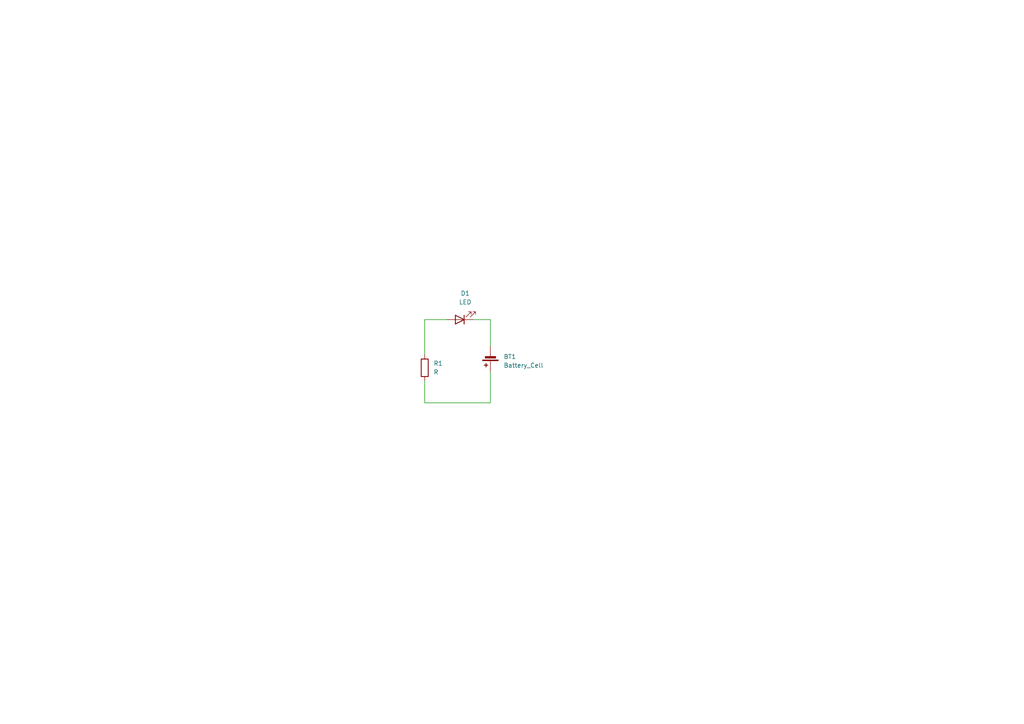
<source format=kicad_sch>
(kicad_sch (version 20231120) (generator "eeschema") (generator_version "8.0")
  (paper "A4")
  (title_block (title "LED Demo Board") (date "2024-10-29") (rev "1.0") (company "Formula Slug"))
  (lib_symbols
    (symbol "Device:Battery_Cell" (pin_numbers hide) (pin_names (offset 0) hide)
      (property "Reference" "BT" (at 2.54 2.54 0))
      (property "Value" "Battery_Cell" (at 2.54 0 0))
      (symbol "Battery_Cell_0_1"
        (rectangle (start -2.286 1.778) (end 2.286 1.524) (fill (type outline)))
        (rectangle (start -1.524 1.016) (end 1.524 0.508) (fill (type outline)))
        (polyline (pts (xy 0 0.762) (xy 0 0)))
        (polyline (pts (xy 0 1.778) (xy 0 2.54)))
        (polyline (pts (xy 0.762 3.048) (xy 1.778 3.048)) (stroke (width 0.254)))
        (polyline (pts (xy 1.27 3.556) (xy 1.27 2.54)) (stroke (width 0.254)))
      )
      (symbol "Battery_Cell_1_1"
        (pin passive line (at 0 5.08 270) (length 2.54) (name "+") (number "1"))
        (pin passive line (at 0 -2.54 90) (length 2.54) (name "-") (number "2"))
      )
    )
    (symbol "Device:LED" (pin_numbers hide) (pin_names (offset 1.016) hide)
      (property "Reference" "D" (at 0 2.54 0))
      (property "Value" "LED" (at 0 -2.54 0))
      (symbol "LED_0_1"
        (polyline (pts (xy -1.27 -1.27) (xy -1.27 1.27)) (stroke (width 0.254)))
        (polyline (pts (xy -1.27 0) (xy 1.27 0)))
        (polyline (pts (xy 1.27 -1.27) (xy 1.27 1.27) (xy -1.27 0) (xy 1.27 -1.27)) (stroke (width 0.254)))
        (polyline (pts (xy -3.048 -0.762) (xy -4.572 -2.286) (xy -3.81 -2.286) (xy -4.572 -2.286) (xy -4.572 -1.524)))
        (polyline (pts (xy -1.778 -0.762) (xy -3.302 -2.286) (xy -2.54 -2.286) (xy -3.302 -2.286) (xy -3.302 -1.524)))
      )
      (symbol "LED_1_1"
        (pin passive line (at -3.81 0 0) (length 2.54) (name "K") (number "1"))
        (pin passive line (at 3.81 0 180) (length 2.54) (name "A") (number "2"))
      )
    )
    (symbol "Device:R" (pin_numbers hide) (pin_names (offset 0))
      (property "Reference" "R" (at 2.032 0 90))
      (property "Value" "R" (at 0 0 90))
      (symbol "R_0_1"
        (rectangle (start -1.016 -2.54) (end 1.016 2.54) (stroke (width 0.254)))
      )
      (symbol "R_1_1"
        (pin passive line (at 0 3.81 270) (length 1.27) (name "~") (number "1"))
        (pin passive line (at 0 -3.81 90) (length 1.27) (name "~") (number "2"))
      )
    )
  )
  (wire (pts (xy 137.16 92.71) (xy 142.24 92.71)))
  (wire (pts (xy 123.19 102.87) (xy 123.19 92.71)))
  (wire (pts (xy 142.24 116.84) (xy 123.19 116.84)))
  (wire (pts (xy 123.19 116.84) (xy 123.19 110.49)))
  (wire (pts (xy 142.24 107.95) (xy 142.24 116.84)))
  (wire (pts (xy 142.24 92.71) (xy 142.24 100.33)))
  (wire (pts (xy 123.19 92.71) (xy 129.54 92.71)))
  (symbol (lib_id "Device:Battery_Cell") (at 142.24 102.87 180) (unit 1)
    (property "Reference" "BT1" (at 146.05 103.4414 0) (effects (justify right)))
    (property "Value" "Battery_Cell" (at 146.05 105.9814 0) (effects (justify right)))
    (property "Footprint" "FS_3_Global_Footprint_Library:MS621FE-FL11E_SEC" (effects (hide yes)))
    (property "Description" "Single-cell battery" (effects (hide yes)))
  )
  (symbol (lib_id "Device:LED") (at 133.35 92.71 180) (unit 1)
    (property "Reference" "D1" (at 134.9375 85.09 0))
    (property "Value" "LED" (at 134.9375 87.63 0))
    (property "Footprint" "LED_SMD:LED_0805_2012Metric_Pad1.15x1.40mm_HandSolder" (effects (hide yes)))
    (property "Description" "Light emitting diode" (effects (hide yes)))
  )
  (symbol (lib_id "Device:R") (at 123.19 106.68 0) (unit 1)
    (property "Reference" "R1" (at 125.73 105.4099 0) (effects (justify left)))
    (property "Value" "R" (at 125.73 107.9499 0) (effects (justify left)))
    (property "Footprint" "Resistor_SMD:R_0805_2012Metric_Pad1.20x1.40mm_HandSolder" (effects (hide yes)))
    (property "Description" "Resistor" (effects (hide yes)))
  )
)
</source>
